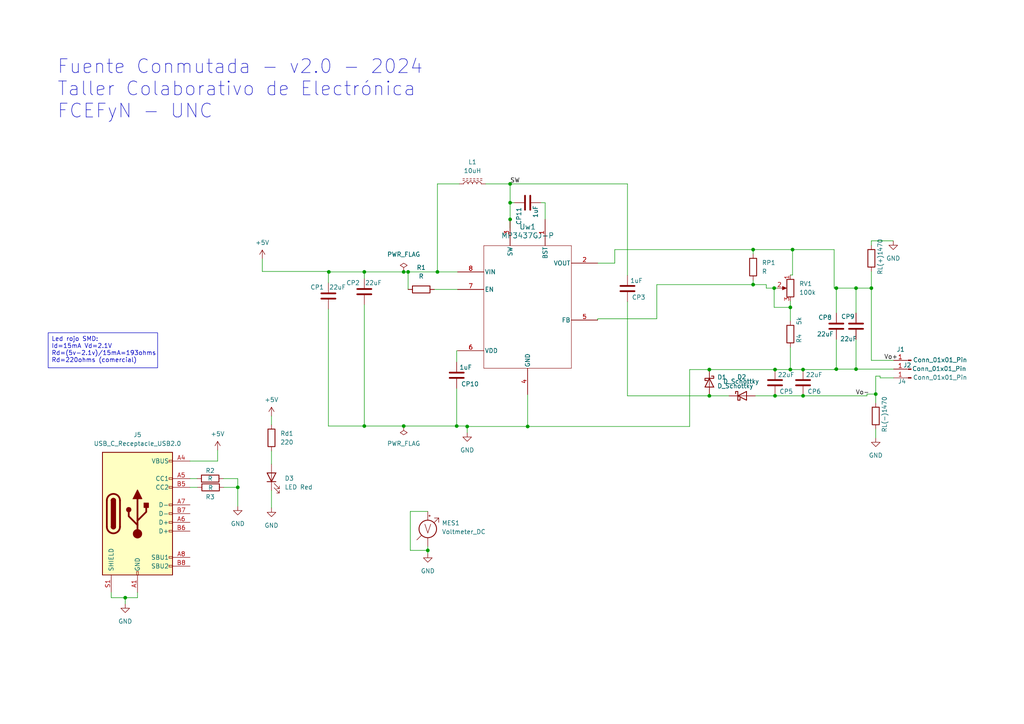
<source format=kicad_sch>
(kicad_sch (version 20231120) (generator "eeschema") (generator_version "8.0")
  (paper "A4")
  (lib_symbols
    (symbol "Connector:Conn_01x01_Pin" (pin_names (offset 1.016) hide)
      (property "Reference" "J" (at 0 2.54 0))
      (property "Value" "Conn_01x01_Pin" (at 0 -2.54 0))
      (symbol "Conn_01x01_Pin_1_1"
        (polyline (pts (xy 1.27 0) (xy 0.8636 0)) (stroke (width 0.1524)))
        (rectangle (start 0.8636 0.127) (end 0 -0.127) (stroke (width 0.1524)) (fill (type outline)))
        (pin passive line (at 5.08 0 180) (length 3.81) (name "Pin_1") (number "1"))
      )
    )
    (symbol "Connector:USB_C_Receptacle_USB2.0" (pin_names (offset 1.016))
      (property "Reference" "J" (at -10.16 19.05 0))
      (property "Value" "USB_C_Receptacle_USB2.0" (at 19.05 19.05 0))
      (symbol "USB_C_Receptacle_USB2.0_0_0"
        (rectangle (start -0.254 -17.78) (end 0.254 -16.764))
        (rectangle (start 10.16 -14.986) (end 9.144 -15.494))
        (rectangle (start 10.16 -12.446) (end 9.144 -12.954))
        (rectangle (start 10.16 -4.826) (end 9.144 -5.334))
        (rectangle (start 10.16 -2.286) (end 9.144 -2.794))
        (rectangle (start 10.16 0.254) (end 9.144 -0.254))
        (rectangle (start 10.16 2.794) (end 9.144 2.286))
        (rectangle (start 10.16 7.874) (end 9.144 7.366))
        (rectangle (start 10.16 10.414) (end 9.144 9.906))
        (rectangle (start 10.16 15.494) (end 9.144 14.986))
      )
      (symbol "USB_C_Receptacle_USB2.0_0_1"
        (rectangle (start -10.16 17.78) (end 10.16 -17.78) (stroke (width 0.254)) (fill (type background)))
        (arc (start -8.89 -3.81) (mid -6.985 -5.7067) (end -5.08 -3.81) (stroke (width 0.508)))
        (arc (start -7.62 -3.81) (mid -6.985 -4.4423) (end -6.35 -3.81) (stroke (width 0.254)))
        (arc (start -7.62 -3.81) (mid -6.985 -4.4423) (end -6.35 -3.81) (stroke (width 0.254)) (fill (type outline)))
        (rectangle (start -7.62 -3.81) (end -6.35 3.81) (stroke (width 0.254)) (fill (type outline)))
        (arc (start -6.35 3.81) (mid -6.985 4.4423) (end -7.62 3.81) (stroke (width 0.254)))
        (arc (start -6.35 3.81) (mid -6.985 4.4423) (end -7.62 3.81) (stroke (width 0.254)) (fill (type outline)))
        (arc (start -5.08 3.81) (mid -6.985 5.7067) (end -8.89 3.81) (stroke (width 0.508)))
        (circle (center -2.54 1.143) (radius 0.635) (stroke (width 0.254)) (fill (type outline)))
        (circle (center 0 -5.842) (radius 1.27) (fill (type outline)))
        (polyline (pts (xy -8.89 -3.81) (xy -8.89 3.81)) (stroke (width 0.508)))
        (polyline (pts (xy -5.08 3.81) (xy -5.08 -3.81)) (stroke (width 0.508)))
        (polyline (pts (xy 0 -5.842) (xy 0 4.318)) (stroke (width 0.508)))
        (polyline (pts (xy 0 -3.302) (xy -2.54 -0.762) (xy -2.54 0.508)) (stroke (width 0.508)))
        (polyline (pts (xy 0 -2.032) (xy 2.54 0.508) (xy 2.54 1.778)) (stroke (width 0.508)))
        (polyline (pts (xy -1.27 4.318) (xy 0 6.858) (xy 1.27 4.318) (xy -1.27 4.318)) (stroke (width 0.254)) (fill (type outline)))
        (rectangle (start 1.905 1.778) (end 3.175 3.048) (stroke (width 0.254)) (fill (type outline)))
      )
      (symbol "USB_C_Receptacle_USB2.0_1_1"
        (pin passive line (at 0 -22.86 90) (length 5.08) (name "GND") (number "A1"))
        (pin passive line (at 0 -22.86 90) (length 5.08) hide (name "GND") (number "A12"))
        (pin passive line (at 15.24 15.24 180) (length 5.08) (name "VBUS") (number "A4"))
        (pin bidirectional line (at 15.24 10.16 180) (length 5.08) (name "CC1") (number "A5"))
        (pin bidirectional line (at 15.24 -2.54 180) (length 5.08) (name "D+") (number "A6"))
        (pin bidirectional line (at 15.24 2.54 180) (length 5.08) (name "D-") (number "A7"))
        (pin bidirectional line (at 15.24 -12.7 180) (length 5.08) (name "SBU1") (number "A8"))
        (pin passive line (at 15.24 15.24 180) (length 5.08) hide (name "VBUS") (number "A9"))
        (pin passive line (at 0 -22.86 90) (length 5.08) hide (name "GND") (number "B1"))
        (pin passive line (at 0 -22.86 90) (length 5.08) hide (name "GND") (number "B12"))
        (pin passive line (at 15.24 15.24 180) (length 5.08) hide (name "VBUS") (number "B4"))
        (pin bidirectional line (at 15.24 7.62 180) (length 5.08) (name "CC2") (number "B5"))
        (pin bidirectional line (at 15.24 -5.08 180) (length 5.08) (name "D+") (number "B6"))
        (pin bidirectional line (at 15.24 0 180) (length 5.08) (name "D-") (number "B7"))
        (pin bidirectional line (at 15.24 -15.24 180) (length 5.08) (name "SBU2") (number "B8"))
        (pin passive line (at 15.24 15.24 180) (length 5.08) hide (name "VBUS") (number "B9"))
        (pin passive line (at -7.62 -22.86 90) (length 5.08) (name "SHIELD") (number "S1"))
      )
    )
    (symbol "Device:C" (pin_numbers hide) (pin_names (offset 0.254))
      (property "Reference" "C" (at 0.635 2.54 0))
      (property "Value" "C" (at 0.635 -2.54 0))
      (symbol "C_0_1"
        (polyline (pts (xy -2.032 -0.762) (xy 2.032 -0.762)) (stroke (width 0.508)))
        (polyline (pts (xy -2.032 0.762) (xy 2.032 0.762)) (stroke (width 0.508)))
      )
      (symbol "C_1_1"
        (pin passive line (at 0 3.81 270) (length 2.794) (name "~") (number "1"))
        (pin passive line (at 0 -3.81 90) (length 2.794) (name "~") (number "2"))
      )
    )
    (symbol "Device:D_Schottky" (pin_numbers hide) (pin_names (offset 1.016) hide)
      (property "Reference" "D" (at 0 2.54 0))
      (property "Value" "D_Schottky" (at 0 -2.54 0))
      (symbol "D_Schottky_0_1"
        (polyline (pts (xy 1.27 0) (xy -1.27 0)))
        (polyline (pts (xy 1.27 1.27) (xy 1.27 -1.27) (xy -1.27 0) (xy 1.27 1.27)) (stroke (width 0.254)))
        (polyline (pts (xy -1.905 0.635) (xy -1.905 1.27) (xy -1.27 1.27) (xy -1.27 -1.27) (xy -0.635 -1.27) (xy -0.635 -0.635)) (stroke (width 0.254)))
      )
      (symbol "D_Schottky_1_1"
        (pin passive line (at -3.81 0 0) (length 2.54) (name "K") (number "1"))
        (pin passive line (at 3.81 0 180) (length 2.54) (name "A") (number "2"))
      )
    )
    (symbol "Device:LED" (pin_numbers hide) (pin_names (offset 1.016) hide)
      (property "Reference" "D" (at 0 2.54 0))
      (property "Value" "LED" (at 0 -2.54 0))
      (symbol "LED_0_1"
        (polyline (pts (xy -1.27 -1.27) (xy -1.27 1.27)) (stroke (width 0.254)))
        (polyline (pts (xy -1.27 0) (xy 1.27 0)))
        (polyline (pts (xy 1.27 -1.27) (xy 1.27 1.27) (xy -1.27 0) (xy 1.27 -1.27)) (stroke (width 0.254)))
        (polyline (pts (xy -3.048 -0.762) (xy -4.572 -2.286) (xy -3.81 -2.286) (xy -4.572 -2.286) (xy -4.572 -1.524)))
        (polyline (pts (xy -1.778 -0.762) (xy -3.302 -2.286) (xy -2.54 -2.286) (xy -3.302 -2.286) (xy -3.302 -1.524)))
      )
      (symbol "LED_1_1"
        (pin passive line (at -3.81 0 0) (length 2.54) (name "K") (number "1"))
        (pin passive line (at 3.81 0 180) (length 2.54) (name "A") (number "2"))
      )
    )
    (symbol "Device:L_Ferrite" (pin_numbers hide) (pin_names (offset 1.016) hide)
      (property "Reference" "L" (at -1.27 0 90))
      (property "Value" "L_Ferrite" (at 2.794 0 90))
      (symbol "L_Ferrite_0_1"
        (arc (start 0 -2.54) (mid 0.6323 -1.905) (end 0 -1.27))
        (arc (start 0 -1.27) (mid 0.6323 -0.635) (end 0 0))
        (polyline (pts (xy 1.016 -2.794) (xy 1.016 -2.286)))
        (polyline (pts (xy 1.016 -1.778) (xy 1.016 -1.27)))
        (polyline (pts (xy 1.016 -0.762) (xy 1.016 -0.254)))
        (polyline (pts (xy 1.016 0.254) (xy 1.016 0.762)))
        (polyline (pts (xy 1.016 1.27) (xy 1.016 1.778)))
        (polyline (pts (xy 1.016 2.286) (xy 1.016 2.794)))
        (polyline (pts (xy 1.524 -2.286) (xy 1.524 -2.794)))
        (polyline (pts (xy 1.524 -1.27) (xy 1.524 -1.778)))
        (polyline (pts (xy 1.524 -0.254) (xy 1.524 -0.762)))
        (polyline (pts (xy 1.524 0.762) (xy 1.524 0.254)))
        (polyline (pts (xy 1.524 1.778) (xy 1.524 1.27)))
        (polyline (pts (xy 1.524 2.794) (xy 1.524 2.286)))
        (arc (start 0 0) (mid 0.6323 0.635) (end 0 1.27))
        (arc (start 0 1.27) (mid 0.6323 1.905) (end 0 2.54))
      )
      (symbol "L_Ferrite_1_1"
        (pin passive line (at 0 3.81 270) (length 1.27) (name "1") (number "1"))
        (pin passive line (at 0 -3.81 90) (length 1.27) (name "2") (number "2"))
      )
    )
    (symbol "Device:R" (pin_numbers hide) (pin_names (offset 0))
      (property "Reference" "R" (at 2.032 0 90))
      (property "Value" "R" (at 0 0 90))
      (symbol "R_0_1"
        (rectangle (start -1.016 -2.54) (end 1.016 2.54) (stroke (width 0.254)))
      )
      (symbol "R_1_1"
        (pin passive line (at 0 3.81 270) (length 1.27) (name "~") (number "1"))
        (pin passive line (at 0 -3.81 90) (length 1.27) (name "~") (number "2"))
      )
    )
    (symbol "Device:R_Potentiometer" (pin_names (offset 1.016) hide)
      (property "Reference" "RV" (at -4.445 0 90))
      (property "Value" "R_Potentiometer" (at -2.54 0 90))
      (symbol "R_Potentiometer_0_1"
        (polyline (pts (xy 2.54 0) (xy 1.524 0)))
        (polyline (pts (xy 1.143 0) (xy 2.286 0.508) (xy 2.286 -0.508) (xy 1.143 0)) (fill (type outline)))
        (rectangle (start 1.016 2.54) (end -1.016 -2.54) (stroke (width 0.254)))
      )
      (symbol "R_Potentiometer_1_1"
        (pin passive line (at 0 3.81 270) (length 1.27) (name "1") (number "1"))
        (pin passive line (at 3.81 0 180) (length 1.27) (name "2") (number "2"))
        (pin passive line (at 0 -3.81 90) (length 1.27) (name "3") (number "3"))
      )
    )
    (symbol "Device:Voltmeter_DC" (pin_numbers hide) (pin_names (offset 0.0254) hide)
      (property "Reference" "MES" (at -3.302 1.016 0))
      (property "Value" "Voltmeter_DC" (at -3.302 -0.762 0))
      (symbol "Voltmeter_DC_0_0"
        (polyline (pts (xy -3.175 -3.175) (xy -1.905 -1.905)))
        (polyline (pts (xy 1.905 1.905) (xy 3.175 3.175)))
        (polyline (pts (xy 1.905 3.175) (xy 3.175 3.175) (xy 3.175 1.905)))
        (text "V" (at 0 0 0) (effects (font (size 2.54 2.54))))
      )
      (symbol "Voltmeter_DC_0_1"
        (polyline (pts (xy 0.254 3.81) (xy 0.762 3.81)))
        (polyline (pts (xy 0.508 4.064) (xy 0.508 3.556)))
        (circle (center 0 0) (radius 2.54) (stroke (width 0.254)))
      )
      (symbol "Voltmeter_DC_1_1"
        (pin passive line (at 0 -5.08 90) (length 2.54) (name "-") (number "1"))
        (pin passive line (at 0 5.08 270) (length 2.54) (name "+") (number "2"))
      )
    )
    (symbol "Simbolos:MP3437GJ-P(modified)" (pin_names (offset 0.254))
      (property "Reference" "Uw" (at 20.32 10.541 0))
      (property "Value" "MP3437GJ-P" (at 20.32 8.001 0))
      (symbol "MP3437GJ-P(modified)_0_1"
        (polyline (pts (xy 7.62 -30.48) (xy 33.02 -30.48)) (stroke (width 0.127)))
        (polyline (pts (xy 7.62 5.08) (xy 7.62 -30.48)) (stroke (width 0.127)))
        (polyline (pts (xy 33.02 -30.48) (xy 33.02 5.08)) (stroke (width 0.127)))
        (polyline (pts (xy 33.02 5.08) (xy 7.62 5.08)) (stroke (width 0.127)))
        (pin unspecified line (at 25.4 12.7 270) (length 7.62) (name "BST") (number "1"))
        (pin power_in line (at 40.64 0 180) (length 7.62) (name "VOUT") (number "2"))
        (pin unspecified line (at 15.24 12.7 270) (length 7.62) (name "SW") (number "3"))
        (pin power_in line (at 20.32 -38.1 90) (length 7.62) (name "GND") (number "4"))
        (pin input line (at 40.64 -16.51 180) (length 7.62) (name "FB") (number "5"))
        (pin power_in line (at 0 -25.4 0) (length 7.62) (name "VDD") (number "6"))
        (pin unspecified line (at 0 -7.62 0) (length 7.62) (name "EN") (number "7"))
        (pin power_in line (at 0 -2.54 0) (length 7.62) (name "VIN") (number "8"))
      )
    )
    (symbol "power:+5V" (power) (pin_names (offset 0))
      (property "Value" "+5V" (at 0 3.556 0))
      (symbol "+5V_0_1"
        (polyline (pts (xy -0.762 1.27) (xy 0 2.54)))
        (polyline (pts (xy 0 0) (xy 0 2.54)))
        (polyline (pts (xy 0 2.54) (xy 0.762 1.27)))
      )
      (symbol "+5V_1_1"
        (pin power_in line (at 0 0 90) (length 0) hide (name "+5V") (number "1"))
      )
    )
    (symbol "power:GND" (power) (pin_names (offset 0))
      (property "Value" "GND" (at 0 -3.81 0))
      (symbol "GND_0_1"
        (polyline (pts (xy 0 0) (xy 0 -1.27) (xy 1.27 -1.27) (xy 0 -2.54) (xy -1.27 -1.27) (xy 0 -1.27)))
      )
      (symbol "GND_1_1"
        (pin power_in line (at 0 0 270) (length 0) hide (name "GND") (number "1"))
      )
    )
    (symbol "power:PWR_FLAG" (power) (pin_numbers hide) (pin_names (offset 0) hide)
      (property "Value" "PWR_FLAG" (at 0 3.81 0))
      (symbol "PWR_FLAG_0_0"
        (pin power_out line (at 0 0 90) (length 0) (name "pwr") (number "1"))
      )
      (symbol "PWR_FLAG_0_1"
        (polyline (pts (xy 0 0) (xy 0 1.27) (xy -1.016 1.905) (xy 0 2.54) (xy 1.016 1.905) (xy 0 1.27)))
      )
    )
  )
  (junction (at 224.79 107.188))
  (junction (at 118.364 78.867))
  (junction (at 242.57 83.566))
  (junction (at 229.235 89.154))
  (junction (at 224.79 114.808))
  (junction (at 68.961 141.351))
  (junction (at 205.74 114.808))
  (junction (at 229.235 107.188))
  (junction (at 205.74 107.188))
  (junction (at 147.955 63.627))
  (junction (at 36.322 173.355))
  (junction (at 232.918 107.188))
  (junction (at 124.079 159.639))
  (junction (at 95.377 78.867))
  (junction (at 254 114.3))
  (junction (at 218.44 82.55))
  (junction (at 232.918 114.808))
  (junction (at 135.509 123.698))
  (junction (at 117.094 78.867))
  (junction (at 248.285 107.061))
  (junction (at 224.536 83.566))
  (junction (at 252.73 83.566))
  (junction (at 218.44 72.39))
  (junction (at 132.461 123.571))
  (junction (at 147.955 58.801))
  (junction (at 126.873 78.867))
  (junction (at 117.094 123.571))
  (junction (at 105.664 78.867))
  (junction (at 248.285 83.566))
  (junction (at 229.87 72.39))
  (junction (at 105.664 123.571))
  (junction (at 153.035 123.698))
  (junction (at 242.57 107.061))
  (junction (at 147.955 53.34))
  (wire (pts (xy 39.878 171.831) (xy 39.878 173.355)))
  (wire (pts (xy 241.935 72.39) (xy 241.935 83.566)))
  (wire (pts (xy 254 124.46) (xy 254 127)))
  (wire (pts (xy 241.935 107.061) (xy 242.57 107.061)))
  (wire (pts (xy 218.44 82.55) (xy 222.25 82.55)))
  (wire (pts (xy 248.285 83.566) (xy 252.73 83.566)))
  (wire (pts (xy 224.536 83.566) (xy 225.425 83.566)))
  (wire (pts (xy 78.74 142.24) (xy 78.74 147.32)))
  (wire (pts (xy 124.079 148.336) (xy 118.999 148.336)))
  (wire (pts (xy 156.845 58.801) (xy 158.115 58.801)))
  (wire (pts (xy 132.461 123.571) (xy 135.509 123.571)))
  (wire (pts (xy 232.918 107.188) (xy 241.935 107.188)))
  (wire (pts (xy 242.57 83.566) (xy 248.285 83.566)))
  (wire (pts (xy 78.74 130.81) (xy 78.74 134.62)))
  (wire (pts (xy 190.5 82.55) (xy 218.44 82.55)))
  (wire (pts (xy 205.74 114.808) (xy 211.455 114.808)))
  (wire (pts (xy 218.44 81.28) (xy 218.44 82.55)))
  (wire (pts (xy 153.035 114.427) (xy 153.035 123.698)))
  (wire (pts (xy 118.364 78.867) (xy 118.364 83.947)))
  (wire (pts (xy 229.235 107.188) (xy 232.918 107.188)))
  (wire (pts (xy 254 109.093) (xy 255.27 109.093)))
  (wire (pts (xy 118.999 159.639) (xy 124.079 159.639)))
  (wire (pts (xy 78.74 120.65) (xy 78.74 123.19)))
  (wire (pts (xy 222.25 83.566) (xy 224.536 83.566)))
  (wire (pts (xy 117.094 78.867) (xy 118.364 78.867)))
  (wire (pts (xy 200.025 107.188) (xy 205.74 107.188)))
  (wire (pts (xy 181.991 87.503) (xy 181.991 114.808)))
  (wire (pts (xy 218.44 72.39) (xy 218.44 73.66)))
  (wire (pts (xy 124.079 159.639) (xy 124.079 160.528)))
  (wire (pts (xy 173.355 92.456) (xy 173.355 92.837)))
  (wire (pts (xy 252.73 69.85) (xy 259.08 69.85)))
  (wire (pts (xy 252.73 78.74) (xy 252.73 83.566)))
  (wire (pts (xy 218.44 72.39) (xy 229.87 72.39)))
  (wire (pts (xy 76.073 78.74) (xy 76.073 75.057)))
  (wire (pts (xy 76.073 78.74) (xy 95.377 78.74)))
  (wire (pts (xy 251.46 114.808) (xy 232.918 114.808)))
  (wire (pts (xy 153.035 123.698) (xy 135.509 123.698)))
  (wire (pts (xy 105.664 123.571) (xy 117.094 123.571)))
  (wire (pts (xy 95.377 78.74) (xy 95.377 78.867)))
  (wire (pts (xy 55.118 141.351) (xy 57.277 141.351)))
  (wire (pts (xy 219.075 114.808) (xy 224.79 114.808)))
  (wire (pts (xy 181.991 79.883) (xy 181.991 53.34)))
  (wire (pts (xy 105.664 78.867) (xy 117.094 78.867)))
  (wire (pts (xy 133.223 53.34) (xy 126.873 53.34)))
  (wire (pts (xy 126.873 53.34) (xy 126.873 78.867)))
  (wire (pts (xy 126.873 78.867) (xy 132.715 78.867)))
  (wire (pts (xy 242.57 83.566) (xy 242.57 90.805)))
  (wire (pts (xy 147.955 58.801) (xy 149.225 58.801)))
  (wire (pts (xy 224.79 107.188) (xy 229.235 107.188)))
  (wire (pts (xy 55.118 138.811) (xy 57.15 138.811)))
  (wire (pts (xy 125.984 83.947) (xy 132.715 83.947)))
  (wire (pts (xy 241.935 83.566) (xy 242.57 83.566)))
  (wire (pts (xy 229.87 79.756) (xy 229.235 79.756)))
  (wire (pts (xy 147.955 63.627) (xy 147.955 66.167)))
  (wire (pts (xy 255.27 109.093) (xy 255.27 109.601)))
  (wire (pts (xy 32.258 171.831) (xy 32.258 173.355)))
  (wire (pts (xy 248.285 107.061) (xy 259.207 107.061)))
  (wire (pts (xy 248.285 107.061) (xy 242.57 107.061)))
  (wire (pts (xy 68.961 141.351) (xy 68.961 138.811)))
  (wire (pts (xy 242.57 98.425) (xy 242.57 107.061)))
  (wire (pts (xy 132.461 101.727) (xy 132.461 105.029)))
  (wire (pts (xy 118.999 148.336) (xy 118.999 159.639)))
  (wire (pts (xy 229.235 89.154) (xy 229.235 93.091)))
  (wire (pts (xy 222.25 82.55) (xy 222.25 83.566)))
  (wire (pts (xy 147.955 53.34) (xy 181.991 53.34)))
  (wire (pts (xy 248.285 83.566) (xy 248.285 90.805)))
  (wire (pts (xy 248.285 98.425) (xy 248.285 107.061)))
  (wire (pts (xy 147.955 58.801) (xy 147.955 63.627)))
  (wire (pts (xy 68.961 141.351) (xy 68.961 146.812)))
  (wire (pts (xy 229.235 100.711) (xy 229.235 107.188)))
  (wire (pts (xy 95.25 78.867) (xy 95.25 82.042)))
  (wire (pts (xy 200.025 107.188) (xy 200.025 123.698)))
  (wire (pts (xy 36.322 173.355) (xy 39.878 173.355)))
  (wire (pts (xy 173.355 76.327) (xy 178.308 76.327)))
  (wire (pts (xy 105.664 88.392) (xy 105.664 123.571)))
  (wire (pts (xy 55.118 133.731) (xy 63.119 133.731)))
  (wire (pts (xy 229.235 87.376) (xy 229.235 89.154)))
  (wire (pts (xy 178.308 72.39) (xy 178.308 76.327)))
  (wire (pts (xy 64.897 141.351) (xy 68.961 141.351)))
  (wire (pts (xy 178.308 72.39) (xy 218.44 72.39)))
  (wire (pts (xy 181.991 114.808) (xy 205.74 114.808)))
  (wire (pts (xy 135.509 123.698) (xy 135.509 125.476)))
  (wire (pts (xy 132.715 101.727) (xy 132.461 101.727)))
  (wire (pts (xy 158.115 58.801) (xy 158.115 63.627)))
  (wire (pts (xy 147.955 53.34) (xy 147.955 58.801)))
  (wire (pts (xy 118.364 78.867) (xy 126.873 78.867)))
  (wire (pts (xy 254 114.3) (xy 254 109.093)))
  (wire (pts (xy 255.27 109.601) (xy 259.207 109.601)))
  (wire (pts (xy 36.322 173.355) (xy 36.322 175.133)))
  (wire (pts (xy 63.119 133.731) (xy 63.119 130.556)))
  (wire (pts (xy 224.536 83.566) (xy 224.536 89.154)))
  (wire (pts (xy 205.74 107.188) (xy 224.79 107.188)))
  (wire (pts (xy 224.536 89.154) (xy 229.235 89.154)))
  (wire (pts (xy 95.25 123.571) (xy 105.664 123.571)))
  (wire (pts (xy 229.87 72.39) (xy 241.935 72.39)))
  (wire (pts (xy 254 114.3) (xy 251.46 114.3)))
  (wire (pts (xy 95.377 78.867) (xy 95.25 78.867)))
  (wire (pts (xy 241.935 107.188) (xy 241.935 107.061)))
  (wire (pts (xy 190.5 82.55) (xy 190.5 92.456)))
  (wire (pts (xy 64.77 138.811) (xy 68.961 138.811)))
  (wire (pts (xy 200.025 123.698) (xy 153.035 123.698)))
  (wire (pts (xy 135.509 123.571) (xy 135.509 123.698)))
  (wire (pts (xy 232.918 114.808) (xy 224.79 114.808)))
  (wire (pts (xy 251.46 114.3) (xy 251.46 114.808)))
  (wire (pts (xy 252.73 71.12) (xy 252.73 69.85)))
  (wire (pts (xy 140.843 53.34) (xy 147.955 53.34)))
  (wire (pts (xy 173.355 92.456) (xy 190.5 92.456)))
  (wire (pts (xy 95.377 78.867) (xy 105.664 78.867)))
  (wire (pts (xy 254 114.3) (xy 254 116.84)))
  (wire (pts (xy 117.094 123.571) (xy 132.461 123.571)))
  (wire (pts (xy 124.079 158.496) (xy 124.079 159.639)))
  (wire (pts (xy 32.258 173.355) (xy 36.322 173.355)))
  (wire (pts (xy 259.207 104.521) (xy 252.73 104.521)))
  (wire (pts (xy 132.461 112.649) (xy 132.461 123.571)))
  (wire (pts (xy 229.87 72.39) (xy 229.87 79.756)))
  (wire (pts (xy 105.664 80.772) (xy 105.664 78.867)))
  (wire (pts (xy 95.25 89.662) (xy 95.25 123.571)))
  (wire (pts (xy 252.73 83.566) (xy 252.73 104.521)))
  (text_box "Led rojo SMD:\nId=15mA Vd=2.1V\nRd=(5v-2.1v)/15mA=193ohms\nRd=220ohms (comercial)" (at 13.97 96.52 0) (size 31.75 10.16) (effects (font (size 1.27 1.27)) (justify left top)))
  (text "Fuente Conmutada - v2.0 - 2024\nTaller Colaborativo de Electrónica\nFCEFyN - UNC" (at 16.51 34.671 0) (effects (font (size 4 4)) (justify left bottom)))
  (label "Vo+" (at 256.413 104.521 0))
  (label "Vo-" (at 248.158 114.808 0))
  (label "SW" (at 147.955 53.34 0))
  (symbol (lib_id "Device:C") (at 242.57 94.615 180) (unit 1)
    (property "Reference" "CP8" (at 241.3 92.075 0) (effects (justify left)))
    (property "Value" "22uF" (at 241.808 96.901 0) (effects (justify left)))
    (property "Footprint" "Capacitor_SMD:C_1206_3216Metric_Pad1.33x1.80mm_HandSolder" (effects (hide yes)))
  )
  (symbol (lib_id "Simbolos:MP3437GJ-P(modified)") (at 132.715 76.327 0) (unit 1)
    (property "Reference" "Uw1" (at 153.035 65.786 0) (effects (font (size 1.524 1.524))))
    (property "Value" "MP3437GJ-P" (at 153.035 68.326 0) (effects (font (size 1.524 1.524))))
    (property "Footprint" "MP3437:TSOT23-8_MP3437_MNP-M" (effects (hide yes)))
    (property "Datasheet" "MP3437GJ-P" (effects (hide yes)))
  )
  (symbol (lib_id "Device:R") (at 218.44 77.47 180) (unit 1)
    (property "Reference" "RP1" (at 220.98 76.1999 0) (effects (justify right)))
    (property "Value" "R" (at 220.98 78.7399 0) (effects (justify right)))
    (property "Footprint" "Resistor_SMD:R_1206_3216Metric_Pad1.30x1.75mm_HandSolder" (effects (hide yes)))
  )
  (symbol (lib_id "power:GND") (at 124.079 160.528 0) (unit 1)
    (property "Reference" "#PWR06" (effects (hide yes)))
    (property "Value" "GND" (at 124.079 165.608 0))
  )
  (symbol (lib_id "power:GND") (at 259.08 69.85 0) (unit 1)
    (property "Reference" "#PWR010" (effects (hide yes)))
    (property "Value" "GND" (at 259.08 74.93 0))
  )
  (symbol (lib_id "Connector:Conn_01x01_Pin") (at 264.287 107.061 180) (unit 1)
    (property "Reference" "J2" (at 263.144 105.918 0))
    (property "Value" "Conn_01x01_Pin" (at 272.415 106.934 0))
    (property "Footprint" "Connector:CalTest_CT3151" (effects (hide yes)))
  )
  (symbol (lib_id "Device:R") (at 78.74 127 0) (unit 1)
    (property "Reference" "Rd1" (at 81.28 125.7299 0) (effects (justify left)))
    (property "Value" "220" (at 81.28 128.2699 0) (effects (justify left)))
    (property "Footprint" "Resistor_SMD:R_1206_3216Metric_Pad1.30x1.75mm_HandSolder" (effects (hide yes)))
  )
  (symbol (lib_id "Device:R") (at 60.96 138.811 90) (unit 1)
    (property "Reference" "R2" (at 60.96 136.525 90))
    (property "Value" "R" (at 60.96 138.811 90))
    (property "Footprint" "Resistor_SMD:R_1206_3216Metric_Pad1.30x1.75mm_HandSolder" (effects (hide yes)))
  )
  (symbol (lib_id "Device:C") (at 181.991 83.693 0) (unit 1)
    (property "Reference" "CP3" (at 183.261 86.233 0) (effects (justify left)))
    (property "Value" "1uF" (at 182.753 81.407 0) (effects (justify left)))
    (property "Footprint" "Capacitor_SMD:C_1206_3216Metric_Pad1.33x1.80mm_HandSolder" (effects (hide yes)))
  )
  (symbol (lib_id "power:GND") (at 36.322 175.133 0) (unit 1)
    (property "Reference" "#PWR02" (effects (hide yes)))
    (property "Value" "GND" (at 36.322 180.213 0))
  )
  (symbol (lib_id "power:+5V") (at 63.119 130.556 0) (unit 1)
    (property "Reference" "#PWR03" (effects (hide yes)))
    (property "Value" "+5V" (at 63.119 125.857 0))
  )
  (symbol (lib_id "power:GND") (at 68.961 146.812 0) (unit 1)
    (property "Reference" "#PWR05" (effects (hide yes)))
    (property "Value" "GND" (at 68.961 151.892 0))
  )
  (symbol (lib_id "Device:R") (at 252.73 74.93 0) (unit 1)
    (property "Reference" "RL(+)1" (at 255.27 76.2 90))
    (property "Value" "470" (at 255.27 71.12 90))
    (property "Footprint" "Resistor_THT:R_Axial_DIN0204_L3.6mm_D1.6mm_P5.08mm_Horizontal" (effects (hide yes)))
  )
  (symbol (lib_id "Connector:USB_C_Receptacle_USB2.0") (at 39.878 148.971 0) (unit 1)
    (property "Reference" "J5" (at 39.878 126.111 0))
    (property "Value" "USB_C_Receptacle_USB2.0" (at 39.878 128.651 0))
    (property "Footprint" "Connector_USB:USB_C_Receptacle_GCT_USB4105-xx-A_16P_TopMnt_Horizontal" (effects (hide yes)))
    (property "Datasheet" "https://www.usb.org/sites/default/files/documents/usb_type-c.zip" (effects (hide yes)))
  )
  (symbol (lib_id "Device:C") (at 248.285 94.615 180) (unit 1)
    (property "Reference" "CP9" (at 247.904 91.821 0) (effects (justify left)))
    (property "Value" "22uF" (at 248.539 98.298 0) (effects (justify left)))
    (property "Footprint" "Capacitor_SMD:C_1206_3216Metric_Pad1.33x1.80mm_HandSolder" (effects (hide yes)))
  )
  (symbol (lib_id "power:GND") (at 135.509 125.476 0) (unit 1)
    (property "Reference" "#PWR01" (effects (hide yes)))
    (property "Value" "GND" (at 135.509 130.556 0))
  )
  (symbol (lib_id "Connector:Conn_01x01_Pin") (at 264.287 104.521 180) (unit 1)
    (property "Reference" "J1" (at 261.239 101.346 0))
    (property "Value" "Conn_01x01_Pin" (at 272.669 104.394 0))
    (property "Footprint" "Connector:CalTest_CT3151" (effects (hide yes)))
  )
  (symbol (lib_id "Device:C") (at 153.035 58.801 270) (unit 1)
    (property "Reference" "CP11" (at 150.495 60.071 0) (effects (justify left)))
    (property "Value" "1uF" (at 155.321 59.563 0) (effects (justify left)))
    (property "Footprint" "Capacitor_SMD:C_1206_3216Metric_Pad1.33x1.80mm_HandSolder" (effects (hide yes)))
  )
  (symbol (lib_id "power:GND") (at 254 127 0) (unit 1)
    (property "Reference" "#PWR09" (effects (hide yes)))
    (property "Value" "GND" (at 254 132.08 0))
  )
  (symbol (lib_id "Device:D_Schottky") (at 205.74 110.998 270) (unit 1)
    (property "Reference" "D1" (at 208.026 109.4105 90) (effects (justify left)))
    (property "Value" "D_Schottky" (at 208.026 111.9505 90) (effects (justify left)))
    (property "Footprint" "Diode_SMD:D_SMA_Handsoldering" (effects (hide yes)))
  )
  (symbol (lib_id "Device:C") (at 95.25 85.852 180) (unit 1)
    (property "Reference" "CP1" (at 93.98 83.312 0) (effects (justify left)))
    (property "Value" "22uF" (at 100.33 83.312 0) (effects (justify left)))
    (property "Footprint" "Capacitor_SMD:C_1206_3216Metric_Pad1.33x1.80mm_HandSolder" (effects (hide yes)))
  )
  (symbol (lib_id "Device:C") (at 224.79 110.998 0) (unit 1)
    (property "Reference" "CP5" (at 226.06 113.538 0) (effects (justify left)))
    (property "Value" "22uF" (at 225.552 108.712 0) (effects (justify left)))
    (property "Footprint" "Capacitor_SMD:C_1206_3216Metric_Pad1.33x1.80mm_HandSolder" (effects (hide yes)))
  )
  (symbol (lib_id "power:PWR_FLAG") (at 117.094 123.571 180) (unit 1)
    (property "Reference" "#FLG02" (effects (hide yes)))
    (property "Value" "PWR_FLAG" (at 117.094 128.651 0))
  )
  (symbol (lib_id "power:+5V") (at 76.073 75.057 0) (unit 1)
    (property "Reference" "#PWR04" (effects (hide yes)))
    (property "Value" "+5V" (at 76.073 70.358 0))
  )
  (symbol (lib_id "Device:C") (at 132.461 108.839 0) (unit 1)
    (property "Reference" "CP10" (at 133.731 111.379 0) (effects (justify left)))
    (property "Value" "1uF" (at 133.223 106.553 0) (effects (justify left)))
    (property "Footprint" "Capacitor_SMD:C_1206_3216Metric_Pad1.33x1.80mm_HandSolder" (effects (hide yes)))
  )
  (symbol (lib_id "Device:R_Potentiometer") (at 229.235 83.566 0) (mirror y) (unit 1)
    (property "Reference" "RV1" (at 231.775 82.296 0) (effects (justify right)))
    (property "Value" "100k" (at 231.775 84.836 0) (effects (justify right)))
    (property "Footprint" "Potentiometer_THT:Potentiometer_Alps_RK163_Single_Horizontal" (effects (hide yes)))
  )
  (symbol (lib_id "power:+5V") (at 78.74 120.65 0) (unit 1)
    (property "Reference" "#PWR07" (effects (hide yes)))
    (property "Value" "+5V" (at 78.74 115.951 0))
  )
  (symbol (lib_id "Connector:Conn_01x01_Pin") (at 264.287 109.601 180) (unit 1)
    (property "Reference" "J4" (at 261.62 110.617 0))
    (property "Value" "Conn_01x01_Pin" (at 272.669 109.474 0))
    (property "Footprint" "Connector:CalTest_CT3151" (effects (hide yes)))
  )
  (symbol (lib_id "Device:D_Schottky") (at 215.265 114.808 0) (unit 1)
    (property "Reference" "D2" (at 215.138 109.347 0))
    (property "Value" "D_Schottky" (at 214.9475 110.617 0))
    (property "Footprint" "Diode_SMD:D_SMA_Handsoldering" (effects (hide yes)))
  )
  (symbol (lib_id "power:PWR_FLAG") (at 117.094 78.867 0) (unit 1)
    (property "Reference" "#FLG01" (effects (hide yes)))
    (property "Value" "PWR_FLAG" (at 117.094 73.787 0))
  )
  (symbol (lib_id "Device:R") (at 254 120.65 0) (unit 1)
    (property "Reference" "RL(-)1" (at 256.54 121.92 90))
    (property "Value" "470" (at 256.54 116.84 90))
    (property "Footprint" "Resistor_THT:R_Axial_DIN0204_L3.6mm_D1.6mm_P5.08mm_Horizontal" (effects (hide yes)))
  )
  (symbol (lib_id "Device:R") (at 122.174 83.947 90) (unit 1)
    (property "Reference" "R1" (at 122.174 77.597 90))
    (property "Value" "R" (at 122.174 80.137 90))
    (property "Footprint" "Resistor_SMD:R_1206_3216Metric_Pad1.30x1.75mm_HandSolder" (effects (hide yes)))
  )
  (symbol (lib_id "Device:Voltmeter_DC") (at 124.079 153.416 0) (unit 1)
    (property "Reference" "MES1" (at 128.143 151.7015 0) (effects (justify left)))
    (property "Value" "Voltmeter_DC" (at 128.143 154.2415 0) (effects (justify left)))
    (property "Footprint" "Voltmeter:PRT-14313" (effects (hide yes)))
  )
  (symbol (lib_id "Device:C") (at 232.918 110.998 0) (unit 1)
    (property "Reference" "CP6" (at 234.188 113.538 0) (effects (justify left)))
    (property "Value" "22uF" (at 233.68 108.712 0) (effects (justify left)))
    (property "Footprint" "Capacitor_SMD:C_1206_3216Metric_Pad1.33x1.80mm_HandSolder" (effects (hide yes)))
  )
  (symbol (lib_id "power:GND") (at 78.74 147.32 0) (unit 1)
    (property "Reference" "#PWR08" (effects (hide yes)))
    (property "Value" "GND" (at 78.74 152.4 0))
  )
  (symbol (lib_id "Device:R") (at 229.235 96.901 0) (unit 1)
    (property "Reference" "R4" (at 231.775 98.171 90))
    (property "Value" "5k" (at 231.775 93.091 90))
    (property "Footprint" "Resistor_SMD:R_1206_3216Metric_Pad1.30x1.75mm_HandSolder" (effects (hide yes)))
  )
  (symbol (lib_id "Device:L_Ferrite") (at 137.033 53.34 90) (unit 1)
    (property "Reference" "L1" (at 137.033 46.99 90))
    (property "Value" "10uH" (at 137.033 49.53 90))
    (property "Footprint" "Inductor_SMD:L_Bourns_SRR1208_12.7x12.7mm" (effects (hide yes)))
  )
  (symbol (lib_id "Device:LED") (at 78.74 138.43 90) (unit 1)
    (property "Reference" "D3" (at 82.55 138.7474 90) (effects (justify right)))
    (property "Value" "LED Red" (at 82.55 141.2874 90) (effects (justify right)))
    (property "Footprint" "LED_SMD:LED_1206_3216Metric" (effects (hide yes)))
    (property "Description" "Light emitting diode" (effects (hide yes)))
  )
  (symbol (lib_id "Device:R") (at 61.087 141.351 90) (unit 1)
    (property "Reference" "R3" (at 60.96 144.145 90))
    (property "Value" "R" (at 61.087 141.478 90))
    (property "Footprint" "Resistor_SMD:R_1206_3216Metric_Pad1.30x1.75mm_HandSolder" (effects (hide yes)))
  )
  (symbol (lib_id "Device:C") (at 105.664 84.582 180) (unit 1)
    (property "Reference" "CP2" (at 104.394 82.042 0) (effects (justify left)))
    (property "Value" "22uF" (at 110.744 82.042 0) (effects (justify left)))
    (property "Footprint" "Capacitor_SMD:C_1206_3216Metric_Pad1.33x1.80mm_HandSolder" (effects (hide yes)))
  )
)
</source>
